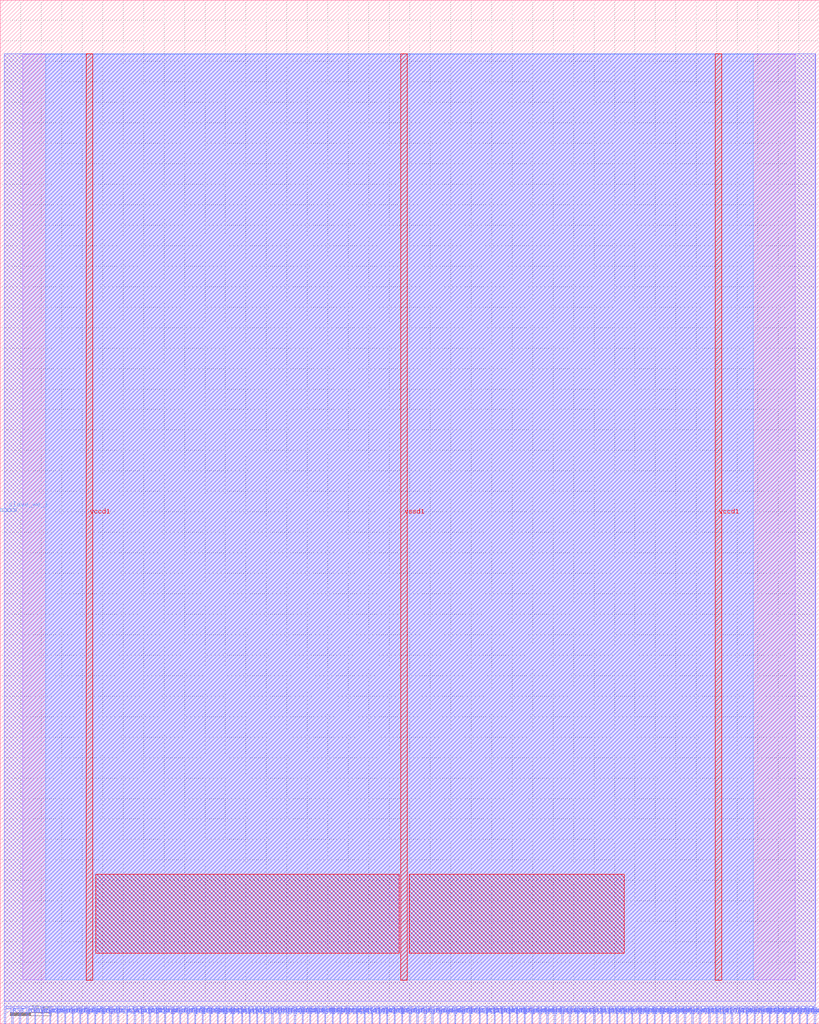
<source format=lef>
VERSION 5.7 ;
  NOWIREEXTENSIONATPIN ON ;
  DIVIDERCHAR "/" ;
  BUSBITCHARS "[]" ;
MACRO mkQF100KSC
  CLASS BLOCK ;
  FOREIGN mkQF100KSC ;
  ORIGIN 0.000 0.000 ;
  SIZE 200.000 BY 250.000 ;
  PIN CLK
    DIRECTION INPUT ;
    USE SIGNAL ;
    PORT
      LAYER met2 ;
        RECT 1.010 0.000 1.290 4.000 ;
    END
  END CLK
  PIN RST_N
    DIRECTION INPUT ;
    USE SIGNAL ;
    PORT
      LAYER met2 ;
        RECT 2.850 0.000 3.130 4.000 ;
    END
  END RST_N
  PIN slave_ack_o
    DIRECTION OUTPUT TRISTATE ;
    USE SIGNAL ;
    PORT
      LAYER met2 ;
        RECT 15.730 0.000 16.010 4.000 ;
    END
  END slave_ack_o
  PIN slave_adr_i[0]
    DIRECTION INPUT ;
    USE SIGNAL ;
    PORT
      LAYER met2 ;
        RECT 21.250 0.000 21.530 4.000 ;
    END
  END slave_adr_i[0]
  PIN slave_adr_i[10]
    DIRECTION INPUT ;
    USE SIGNAL ;
    PORT
      LAYER met2 ;
        RECT 40.110 0.000 40.390 4.000 ;
    END
  END slave_adr_i[10]
  PIN slave_adr_i[11]
    DIRECTION INPUT ;
    USE SIGNAL ;
    PORT
      LAYER met2 ;
        RECT 41.950 0.000 42.230 4.000 ;
    END
  END slave_adr_i[11]
  PIN slave_adr_i[12]
    DIRECTION INPUT ;
    USE SIGNAL ;
    PORT
      LAYER met2 ;
        RECT 43.790 0.000 44.070 4.000 ;
    END
  END slave_adr_i[12]
  PIN slave_adr_i[13]
    DIRECTION INPUT ;
    USE SIGNAL ;
    PORT
      LAYER met2 ;
        RECT 45.630 0.000 45.910 4.000 ;
    END
  END slave_adr_i[13]
  PIN slave_adr_i[14]
    DIRECTION INPUT ;
    USE SIGNAL ;
    PORT
      LAYER met2 ;
        RECT 47.470 0.000 47.750 4.000 ;
    END
  END slave_adr_i[14]
  PIN slave_adr_i[15]
    DIRECTION INPUT ;
    USE SIGNAL ;
    PORT
      LAYER met2 ;
        RECT 49.310 0.000 49.590 4.000 ;
    END
  END slave_adr_i[15]
  PIN slave_adr_i[16]
    DIRECTION INPUT ;
    USE SIGNAL ;
    PORT
      LAYER met2 ;
        RECT 51.150 0.000 51.430 4.000 ;
    END
  END slave_adr_i[16]
  PIN slave_adr_i[17]
    DIRECTION INPUT ;
    USE SIGNAL ;
    PORT
      LAYER met2 ;
        RECT 52.990 0.000 53.270 4.000 ;
    END
  END slave_adr_i[17]
  PIN slave_adr_i[18]
    DIRECTION INPUT ;
    USE SIGNAL ;
    PORT
      LAYER met2 ;
        RECT 54.830 0.000 55.110 4.000 ;
    END
  END slave_adr_i[18]
  PIN slave_adr_i[19]
    DIRECTION INPUT ;
    USE SIGNAL ;
    PORT
      LAYER met2 ;
        RECT 56.670 0.000 56.950 4.000 ;
    END
  END slave_adr_i[19]
  PIN slave_adr_i[1]
    DIRECTION INPUT ;
    USE SIGNAL ;
    PORT
      LAYER met2 ;
        RECT 23.090 0.000 23.370 4.000 ;
    END
  END slave_adr_i[1]
  PIN slave_adr_i[20]
    DIRECTION INPUT ;
    USE SIGNAL ;
    PORT
      LAYER met2 ;
        RECT 58.970 0.000 59.250 4.000 ;
    END
  END slave_adr_i[20]
  PIN slave_adr_i[21]
    DIRECTION INPUT ;
    USE SIGNAL ;
    PORT
      LAYER met2 ;
        RECT 60.810 0.000 61.090 4.000 ;
    END
  END slave_adr_i[21]
  PIN slave_adr_i[22]
    DIRECTION INPUT ;
    USE SIGNAL ;
    PORT
      LAYER met2 ;
        RECT 62.650 0.000 62.930 4.000 ;
    END
  END slave_adr_i[22]
  PIN slave_adr_i[23]
    DIRECTION INPUT ;
    USE SIGNAL ;
    PORT
      LAYER met2 ;
        RECT 64.490 0.000 64.770 4.000 ;
    END
  END slave_adr_i[23]
  PIN slave_adr_i[24]
    DIRECTION INPUT ;
    USE SIGNAL ;
    PORT
      LAYER met2 ;
        RECT 66.330 0.000 66.610 4.000 ;
    END
  END slave_adr_i[24]
  PIN slave_adr_i[25]
    DIRECTION INPUT ;
    USE SIGNAL ;
    PORT
      LAYER met2 ;
        RECT 68.170 0.000 68.450 4.000 ;
    END
  END slave_adr_i[25]
  PIN slave_adr_i[26]
    DIRECTION INPUT ;
    USE SIGNAL ;
    PORT
      LAYER met2 ;
        RECT 70.010 0.000 70.290 4.000 ;
    END
  END slave_adr_i[26]
  PIN slave_adr_i[27]
    DIRECTION INPUT ;
    USE SIGNAL ;
    PORT
      LAYER met2 ;
        RECT 71.850 0.000 72.130 4.000 ;
    END
  END slave_adr_i[27]
  PIN slave_adr_i[28]
    DIRECTION INPUT ;
    USE SIGNAL ;
    PORT
      LAYER met2 ;
        RECT 73.690 0.000 73.970 4.000 ;
    END
  END slave_adr_i[28]
  PIN slave_adr_i[29]
    DIRECTION INPUT ;
    USE SIGNAL ;
    PORT
      LAYER met2 ;
        RECT 75.530 0.000 75.810 4.000 ;
    END
  END slave_adr_i[29]
  PIN slave_adr_i[2]
    DIRECTION INPUT ;
    USE SIGNAL ;
    PORT
      LAYER met2 ;
        RECT 24.930 0.000 25.210 4.000 ;
    END
  END slave_adr_i[2]
  PIN slave_adr_i[30]
    DIRECTION INPUT ;
    USE SIGNAL ;
    PORT
      LAYER met2 ;
        RECT 77.370 0.000 77.650 4.000 ;
    END
  END slave_adr_i[30]
  PIN slave_adr_i[31]
    DIRECTION INPUT ;
    USE SIGNAL ;
    PORT
      LAYER met2 ;
        RECT 79.210 0.000 79.490 4.000 ;
    END
  END slave_adr_i[31]
  PIN slave_adr_i[3]
    DIRECTION INPUT ;
    USE SIGNAL ;
    PORT
      LAYER met2 ;
        RECT 26.770 0.000 27.050 4.000 ;
    END
  END slave_adr_i[3]
  PIN slave_adr_i[4]
    DIRECTION INPUT ;
    USE SIGNAL ;
    PORT
      LAYER met2 ;
        RECT 28.610 0.000 28.890 4.000 ;
    END
  END slave_adr_i[4]
  PIN slave_adr_i[5]
    DIRECTION INPUT ;
    USE SIGNAL ;
    PORT
      LAYER met2 ;
        RECT 30.910 0.000 31.190 4.000 ;
    END
  END slave_adr_i[5]
  PIN slave_adr_i[6]
    DIRECTION INPUT ;
    USE SIGNAL ;
    PORT
      LAYER met2 ;
        RECT 32.750 0.000 33.030 4.000 ;
    END
  END slave_adr_i[6]
  PIN slave_adr_i[7]
    DIRECTION INPUT ;
    USE SIGNAL ;
    PORT
      LAYER met2 ;
        RECT 34.590 0.000 34.870 4.000 ;
    END
  END slave_adr_i[7]
  PIN slave_adr_i[8]
    DIRECTION INPUT ;
    USE SIGNAL ;
    PORT
      LAYER met2 ;
        RECT 36.430 0.000 36.710 4.000 ;
    END
  END slave_adr_i[8]
  PIN slave_adr_i[9]
    DIRECTION INPUT ;
    USE SIGNAL ;
    PORT
      LAYER met2 ;
        RECT 38.270 0.000 38.550 4.000 ;
    END
  END slave_adr_i[9]
  PIN slave_cyc_i
    DIRECTION INPUT ;
    USE SIGNAL ;
    PORT
      LAYER met2 ;
        RECT 4.690 0.000 4.970 4.000 ;
    END
  END slave_cyc_i
  PIN slave_dat_i[0]
    DIRECTION INPUT ;
    USE SIGNAL ;
    PORT
      LAYER met2 ;
        RECT 81.050 0.000 81.330 4.000 ;
    END
  END slave_dat_i[0]
  PIN slave_dat_i[10]
    DIRECTION INPUT ;
    USE SIGNAL ;
    PORT
      LAYER met2 ;
        RECT 118.770 0.000 119.050 4.000 ;
    END
  END slave_dat_i[10]
  PIN slave_dat_i[11]
    DIRECTION INPUT ;
    USE SIGNAL ;
    PORT
      LAYER met2 ;
        RECT 122.450 0.000 122.730 4.000 ;
    END
  END slave_dat_i[11]
  PIN slave_dat_i[12]
    DIRECTION INPUT ;
    USE SIGNAL ;
    PORT
      LAYER met2 ;
        RECT 126.130 0.000 126.410 4.000 ;
    END
  END slave_dat_i[12]
  PIN slave_dat_i[13]
    DIRECTION INPUT ;
    USE SIGNAL ;
    PORT
      LAYER met2 ;
        RECT 129.810 0.000 130.090 4.000 ;
    END
  END slave_dat_i[13]
  PIN slave_dat_i[14]
    DIRECTION INPUT ;
    USE SIGNAL ;
    PORT
      LAYER met2 ;
        RECT 133.490 0.000 133.770 4.000 ;
    END
  END slave_dat_i[14]
  PIN slave_dat_i[15]
    DIRECTION INPUT ;
    USE SIGNAL ;
    PORT
      LAYER met2 ;
        RECT 137.170 0.000 137.450 4.000 ;
    END
  END slave_dat_i[15]
  PIN slave_dat_i[16]
    DIRECTION INPUT ;
    USE SIGNAL ;
    PORT
      LAYER met2 ;
        RECT 140.850 0.000 141.130 4.000 ;
    END
  END slave_dat_i[16]
  PIN slave_dat_i[17]
    DIRECTION INPUT ;
    USE SIGNAL ;
    PORT
      LAYER met2 ;
        RECT 144.990 0.000 145.270 4.000 ;
    END
  END slave_dat_i[17]
  PIN slave_dat_i[18]
    DIRECTION INPUT ;
    USE SIGNAL ;
    PORT
      LAYER met2 ;
        RECT 148.670 0.000 148.950 4.000 ;
    END
  END slave_dat_i[18]
  PIN slave_dat_i[19]
    DIRECTION INPUT ;
    USE SIGNAL ;
    PORT
      LAYER met2 ;
        RECT 152.350 0.000 152.630 4.000 ;
    END
  END slave_dat_i[19]
  PIN slave_dat_i[1]
    DIRECTION INPUT ;
    USE SIGNAL ;
    PORT
      LAYER met2 ;
        RECT 84.730 0.000 85.010 4.000 ;
    END
  END slave_dat_i[1]
  PIN slave_dat_i[20]
    DIRECTION INPUT ;
    USE SIGNAL ;
    PORT
      LAYER met2 ;
        RECT 156.030 0.000 156.310 4.000 ;
    END
  END slave_dat_i[20]
  PIN slave_dat_i[21]
    DIRECTION INPUT ;
    USE SIGNAL ;
    PORT
      LAYER met2 ;
        RECT 159.710 0.000 159.990 4.000 ;
    END
  END slave_dat_i[21]
  PIN slave_dat_i[22]
    DIRECTION INPUT ;
    USE SIGNAL ;
    PORT
      LAYER met2 ;
        RECT 163.390 0.000 163.670 4.000 ;
    END
  END slave_dat_i[22]
  PIN slave_dat_i[23]
    DIRECTION INPUT ;
    USE SIGNAL ;
    PORT
      LAYER met2 ;
        RECT 167.070 0.000 167.350 4.000 ;
    END
  END slave_dat_i[23]
  PIN slave_dat_i[24]
    DIRECTION INPUT ;
    USE SIGNAL ;
    PORT
      LAYER met2 ;
        RECT 170.750 0.000 171.030 4.000 ;
    END
  END slave_dat_i[24]
  PIN slave_dat_i[25]
    DIRECTION INPUT ;
    USE SIGNAL ;
    PORT
      LAYER met2 ;
        RECT 174.890 0.000 175.170 4.000 ;
    END
  END slave_dat_i[25]
  PIN slave_dat_i[26]
    DIRECTION INPUT ;
    USE SIGNAL ;
    PORT
      LAYER met2 ;
        RECT 178.570 0.000 178.850 4.000 ;
    END
  END slave_dat_i[26]
  PIN slave_dat_i[27]
    DIRECTION INPUT ;
    USE SIGNAL ;
    PORT
      LAYER met2 ;
        RECT 182.250 0.000 182.530 4.000 ;
    END
  END slave_dat_i[27]
  PIN slave_dat_i[28]
    DIRECTION INPUT ;
    USE SIGNAL ;
    PORT
      LAYER met2 ;
        RECT 185.930 0.000 186.210 4.000 ;
    END
  END slave_dat_i[28]
  PIN slave_dat_i[29]
    DIRECTION INPUT ;
    USE SIGNAL ;
    PORT
      LAYER met2 ;
        RECT 189.610 0.000 189.890 4.000 ;
    END
  END slave_dat_i[29]
  PIN slave_dat_i[2]
    DIRECTION INPUT ;
    USE SIGNAL ;
    PORT
      LAYER met2 ;
        RECT 88.870 0.000 89.150 4.000 ;
    END
  END slave_dat_i[2]
  PIN slave_dat_i[30]
    DIRECTION INPUT ;
    USE SIGNAL ;
    PORT
      LAYER met2 ;
        RECT 193.290 0.000 193.570 4.000 ;
    END
  END slave_dat_i[30]
  PIN slave_dat_i[31]
    DIRECTION INPUT ;
    USE SIGNAL ;
    PORT
      LAYER met2 ;
        RECT 196.970 0.000 197.250 4.000 ;
    END
  END slave_dat_i[31]
  PIN slave_dat_i[3]
    DIRECTION INPUT ;
    USE SIGNAL ;
    PORT
      LAYER met2 ;
        RECT 92.550 0.000 92.830 4.000 ;
    END
  END slave_dat_i[3]
  PIN slave_dat_i[4]
    DIRECTION INPUT ;
    USE SIGNAL ;
    PORT
      LAYER met2 ;
        RECT 96.230 0.000 96.510 4.000 ;
    END
  END slave_dat_i[4]
  PIN slave_dat_i[5]
    DIRECTION INPUT ;
    USE SIGNAL ;
    PORT
      LAYER met2 ;
        RECT 99.910 0.000 100.190 4.000 ;
    END
  END slave_dat_i[5]
  PIN slave_dat_i[6]
    DIRECTION INPUT ;
    USE SIGNAL ;
    PORT
      LAYER met2 ;
        RECT 103.590 0.000 103.870 4.000 ;
    END
  END slave_dat_i[6]
  PIN slave_dat_i[7]
    DIRECTION INPUT ;
    USE SIGNAL ;
    PORT
      LAYER met2 ;
        RECT 107.270 0.000 107.550 4.000 ;
    END
  END slave_dat_i[7]
  PIN slave_dat_i[8]
    DIRECTION INPUT ;
    USE SIGNAL ;
    PORT
      LAYER met2 ;
        RECT 110.950 0.000 111.230 4.000 ;
    END
  END slave_dat_i[8]
  PIN slave_dat_i[9]
    DIRECTION INPUT ;
    USE SIGNAL ;
    PORT
      LAYER met2 ;
        RECT 114.630 0.000 114.910 4.000 ;
    END
  END slave_dat_i[9]
  PIN slave_dat_o[0]
    DIRECTION OUTPUT TRISTATE ;
    USE SIGNAL ;
    PORT
      LAYER met2 ;
        RECT 82.890 0.000 83.170 4.000 ;
    END
  END slave_dat_o[0]
  PIN slave_dat_o[10]
    DIRECTION OUTPUT TRISTATE ;
    USE SIGNAL ;
    PORT
      LAYER met2 ;
        RECT 120.610 0.000 120.890 4.000 ;
    END
  END slave_dat_o[10]
  PIN slave_dat_o[11]
    DIRECTION OUTPUT TRISTATE ;
    USE SIGNAL ;
    PORT
      LAYER met2 ;
        RECT 124.290 0.000 124.570 4.000 ;
    END
  END slave_dat_o[11]
  PIN slave_dat_o[12]
    DIRECTION OUTPUT TRISTATE ;
    USE SIGNAL ;
    PORT
      LAYER met2 ;
        RECT 127.970 0.000 128.250 4.000 ;
    END
  END slave_dat_o[12]
  PIN slave_dat_o[13]
    DIRECTION OUTPUT TRISTATE ;
    USE SIGNAL ;
    PORT
      LAYER met2 ;
        RECT 131.650 0.000 131.930 4.000 ;
    END
  END slave_dat_o[13]
  PIN slave_dat_o[14]
    DIRECTION OUTPUT TRISTATE ;
    USE SIGNAL ;
    PORT
      LAYER met2 ;
        RECT 135.330 0.000 135.610 4.000 ;
    END
  END slave_dat_o[14]
  PIN slave_dat_o[15]
    DIRECTION OUTPUT TRISTATE ;
    USE SIGNAL ;
    PORT
      LAYER met2 ;
        RECT 139.010 0.000 139.290 4.000 ;
    END
  END slave_dat_o[15]
  PIN slave_dat_o[16]
    DIRECTION OUTPUT TRISTATE ;
    USE SIGNAL ;
    PORT
      LAYER met2 ;
        RECT 142.690 0.000 142.970 4.000 ;
    END
  END slave_dat_o[16]
  PIN slave_dat_o[17]
    DIRECTION OUTPUT TRISTATE ;
    USE SIGNAL ;
    PORT
      LAYER met2 ;
        RECT 146.830 0.000 147.110 4.000 ;
    END
  END slave_dat_o[17]
  PIN slave_dat_o[18]
    DIRECTION OUTPUT TRISTATE ;
    USE SIGNAL ;
    PORT
      LAYER met2 ;
        RECT 150.510 0.000 150.790 4.000 ;
    END
  END slave_dat_o[18]
  PIN slave_dat_o[19]
    DIRECTION OUTPUT TRISTATE ;
    USE SIGNAL ;
    PORT
      LAYER met2 ;
        RECT 154.190 0.000 154.470 4.000 ;
    END
  END slave_dat_o[19]
  PIN slave_dat_o[1]
    DIRECTION OUTPUT TRISTATE ;
    USE SIGNAL ;
    PORT
      LAYER met2 ;
        RECT 87.030 0.000 87.310 4.000 ;
    END
  END slave_dat_o[1]
  PIN slave_dat_o[20]
    DIRECTION OUTPUT TRISTATE ;
    USE SIGNAL ;
    PORT
      LAYER met2 ;
        RECT 157.870 0.000 158.150 4.000 ;
    END
  END slave_dat_o[20]
  PIN slave_dat_o[21]
    DIRECTION OUTPUT TRISTATE ;
    USE SIGNAL ;
    PORT
      LAYER met2 ;
        RECT 161.550 0.000 161.830 4.000 ;
    END
  END slave_dat_o[21]
  PIN slave_dat_o[22]
    DIRECTION OUTPUT TRISTATE ;
    USE SIGNAL ;
    PORT
      LAYER met2 ;
        RECT 165.230 0.000 165.510 4.000 ;
    END
  END slave_dat_o[22]
  PIN slave_dat_o[23]
    DIRECTION OUTPUT TRISTATE ;
    USE SIGNAL ;
    PORT
      LAYER met2 ;
        RECT 168.910 0.000 169.190 4.000 ;
    END
  END slave_dat_o[23]
  PIN slave_dat_o[24]
    DIRECTION OUTPUT TRISTATE ;
    USE SIGNAL ;
    PORT
      LAYER met2 ;
        RECT 173.050 0.000 173.330 4.000 ;
    END
  END slave_dat_o[24]
  PIN slave_dat_o[25]
    DIRECTION OUTPUT TRISTATE ;
    USE SIGNAL ;
    PORT
      LAYER met2 ;
        RECT 176.730 0.000 177.010 4.000 ;
    END
  END slave_dat_o[25]
  PIN slave_dat_o[26]
    DIRECTION OUTPUT TRISTATE ;
    USE SIGNAL ;
    PORT
      LAYER met2 ;
        RECT 180.410 0.000 180.690 4.000 ;
    END
  END slave_dat_o[26]
  PIN slave_dat_o[27]
    DIRECTION OUTPUT TRISTATE ;
    USE SIGNAL ;
    PORT
      LAYER met2 ;
        RECT 184.090 0.000 184.370 4.000 ;
    END
  END slave_dat_o[27]
  PIN slave_dat_o[28]
    DIRECTION OUTPUT TRISTATE ;
    USE SIGNAL ;
    PORT
      LAYER met2 ;
        RECT 187.770 0.000 188.050 4.000 ;
    END
  END slave_dat_o[28]
  PIN slave_dat_o[29]
    DIRECTION OUTPUT TRISTATE ;
    USE SIGNAL ;
    PORT
      LAYER met2 ;
        RECT 191.450 0.000 191.730 4.000 ;
    END
  END slave_dat_o[29]
  PIN slave_dat_o[2]
    DIRECTION OUTPUT TRISTATE ;
    USE SIGNAL ;
    PORT
      LAYER met2 ;
        RECT 90.710 0.000 90.990 4.000 ;
    END
  END slave_dat_o[2]
  PIN slave_dat_o[30]
    DIRECTION OUTPUT TRISTATE ;
    USE SIGNAL ;
    PORT
      LAYER met2 ;
        RECT 195.130 0.000 195.410 4.000 ;
    END
  END slave_dat_o[30]
  PIN slave_dat_o[31]
    DIRECTION OUTPUT TRISTATE ;
    USE SIGNAL ;
    PORT
      LAYER met2 ;
        RECT 198.810 0.000 199.090 4.000 ;
    END
  END slave_dat_o[31]
  PIN slave_dat_o[3]
    DIRECTION OUTPUT TRISTATE ;
    USE SIGNAL ;
    PORT
      LAYER met2 ;
        RECT 94.390 0.000 94.670 4.000 ;
    END
  END slave_dat_o[3]
  PIN slave_dat_o[4]
    DIRECTION OUTPUT TRISTATE ;
    USE SIGNAL ;
    PORT
      LAYER met2 ;
        RECT 98.070 0.000 98.350 4.000 ;
    END
  END slave_dat_o[4]
  PIN slave_dat_o[5]
    DIRECTION OUTPUT TRISTATE ;
    USE SIGNAL ;
    PORT
      LAYER met2 ;
        RECT 101.750 0.000 102.030 4.000 ;
    END
  END slave_dat_o[5]
  PIN slave_dat_o[6]
    DIRECTION OUTPUT TRISTATE ;
    USE SIGNAL ;
    PORT
      LAYER met2 ;
        RECT 105.430 0.000 105.710 4.000 ;
    END
  END slave_dat_o[6]
  PIN slave_dat_o[7]
    DIRECTION OUTPUT TRISTATE ;
    USE SIGNAL ;
    PORT
      LAYER met2 ;
        RECT 109.110 0.000 109.390 4.000 ;
    END
  END slave_dat_o[7]
  PIN slave_dat_o[8]
    DIRECTION OUTPUT TRISTATE ;
    USE SIGNAL ;
    PORT
      LAYER met2 ;
        RECT 112.790 0.000 113.070 4.000 ;
    END
  END slave_dat_o[8]
  PIN slave_dat_o[9]
    DIRECTION OUTPUT TRISTATE ;
    USE SIGNAL ;
    PORT
      LAYER met2 ;
        RECT 116.930 0.000 117.210 4.000 ;
    END
  END slave_dat_o[9]
  PIN slave_err_o
    DIRECTION OUTPUT TRISTATE ;
    USE SIGNAL ;
    PORT
      LAYER met2 ;
        RECT 17.570 0.000 17.850 4.000 ;
    END
  END slave_err_o
  PIN slave_rty_o
    DIRECTION OUTPUT TRISTATE ;
    USE SIGNAL ;
    PORT
      LAYER met2 ;
        RECT 19.410 0.000 19.690 4.000 ;
    END
  END slave_rty_o
  PIN slave_sel_i[0]
    DIRECTION INPUT ;
    USE SIGNAL ;
    PORT
      LAYER met2 ;
        RECT 8.370 0.000 8.650 4.000 ;
    END
  END slave_sel_i[0]
  PIN slave_sel_i[1]
    DIRECTION INPUT ;
    USE SIGNAL ;
    PORT
      LAYER met2 ;
        RECT 10.210 0.000 10.490 4.000 ;
    END
  END slave_sel_i[1]
  PIN slave_sel_i[2]
    DIRECTION INPUT ;
    USE SIGNAL ;
    PORT
      LAYER met2 ;
        RECT 12.050 0.000 12.330 4.000 ;
    END
  END slave_sel_i[2]
  PIN slave_sel_i[3]
    DIRECTION INPUT ;
    USE SIGNAL ;
    PORT
      LAYER met2 ;
        RECT 13.890 0.000 14.170 4.000 ;
    END
  END slave_sel_i[3]
  PIN slave_stb_i
    DIRECTION INPUT ;
    USE SIGNAL ;
    PORT
      LAYER met2 ;
        RECT 6.530 0.000 6.810 4.000 ;
    END
  END slave_stb_i
  PIN slave_we_i
    DIRECTION INPUT ;
    USE SIGNAL ;
    PORT
      LAYER met3 ;
        RECT 0.000 125.160 4.000 125.760 ;
    END
  END slave_we_i
  PIN vccd1
    DIRECTION INPUT ;
    USE POWER ;
    PORT
      LAYER met4 ;
        RECT 21.040 10.640 22.640 236.880 ;
    END
    PORT
      LAYER met4 ;
        RECT 174.640 10.640 176.240 236.880 ;
    END
  END vccd1
  PIN vssd1
    DIRECTION INPUT ;
    USE GROUND ;
    PORT
      LAYER met4 ;
        RECT 97.840 10.640 99.440 236.880 ;
    END
  END vssd1
  OBS
      LAYER li1 ;
        RECT 5.520 10.795 194.120 236.725 ;
      LAYER met1 ;
        RECT 0.990 5.480 199.110 236.880 ;
      LAYER met2 ;
        RECT 1.020 4.280 199.080 236.880 ;
        RECT 1.570 3.670 2.570 4.280 ;
        RECT 3.410 3.670 4.410 4.280 ;
        RECT 5.250 3.670 6.250 4.280 ;
        RECT 7.090 3.670 8.090 4.280 ;
        RECT 8.930 3.670 9.930 4.280 ;
        RECT 10.770 3.670 11.770 4.280 ;
        RECT 12.610 3.670 13.610 4.280 ;
        RECT 14.450 3.670 15.450 4.280 ;
        RECT 16.290 3.670 17.290 4.280 ;
        RECT 18.130 3.670 19.130 4.280 ;
        RECT 19.970 3.670 20.970 4.280 ;
        RECT 21.810 3.670 22.810 4.280 ;
        RECT 23.650 3.670 24.650 4.280 ;
        RECT 25.490 3.670 26.490 4.280 ;
        RECT 27.330 3.670 28.330 4.280 ;
        RECT 29.170 3.670 30.630 4.280 ;
        RECT 31.470 3.670 32.470 4.280 ;
        RECT 33.310 3.670 34.310 4.280 ;
        RECT 35.150 3.670 36.150 4.280 ;
        RECT 36.990 3.670 37.990 4.280 ;
        RECT 38.830 3.670 39.830 4.280 ;
        RECT 40.670 3.670 41.670 4.280 ;
        RECT 42.510 3.670 43.510 4.280 ;
        RECT 44.350 3.670 45.350 4.280 ;
        RECT 46.190 3.670 47.190 4.280 ;
        RECT 48.030 3.670 49.030 4.280 ;
        RECT 49.870 3.670 50.870 4.280 ;
        RECT 51.710 3.670 52.710 4.280 ;
        RECT 53.550 3.670 54.550 4.280 ;
        RECT 55.390 3.670 56.390 4.280 ;
        RECT 57.230 3.670 58.690 4.280 ;
        RECT 59.530 3.670 60.530 4.280 ;
        RECT 61.370 3.670 62.370 4.280 ;
        RECT 63.210 3.670 64.210 4.280 ;
        RECT 65.050 3.670 66.050 4.280 ;
        RECT 66.890 3.670 67.890 4.280 ;
        RECT 68.730 3.670 69.730 4.280 ;
        RECT 70.570 3.670 71.570 4.280 ;
        RECT 72.410 3.670 73.410 4.280 ;
        RECT 74.250 3.670 75.250 4.280 ;
        RECT 76.090 3.670 77.090 4.280 ;
        RECT 77.930 3.670 78.930 4.280 ;
        RECT 79.770 3.670 80.770 4.280 ;
        RECT 81.610 3.670 82.610 4.280 ;
        RECT 83.450 3.670 84.450 4.280 ;
        RECT 85.290 3.670 86.750 4.280 ;
        RECT 87.590 3.670 88.590 4.280 ;
        RECT 89.430 3.670 90.430 4.280 ;
        RECT 91.270 3.670 92.270 4.280 ;
        RECT 93.110 3.670 94.110 4.280 ;
        RECT 94.950 3.670 95.950 4.280 ;
        RECT 96.790 3.670 97.790 4.280 ;
        RECT 98.630 3.670 99.630 4.280 ;
        RECT 100.470 3.670 101.470 4.280 ;
        RECT 102.310 3.670 103.310 4.280 ;
        RECT 104.150 3.670 105.150 4.280 ;
        RECT 105.990 3.670 106.990 4.280 ;
        RECT 107.830 3.670 108.830 4.280 ;
        RECT 109.670 3.670 110.670 4.280 ;
        RECT 111.510 3.670 112.510 4.280 ;
        RECT 113.350 3.670 114.350 4.280 ;
        RECT 115.190 3.670 116.650 4.280 ;
        RECT 117.490 3.670 118.490 4.280 ;
        RECT 119.330 3.670 120.330 4.280 ;
        RECT 121.170 3.670 122.170 4.280 ;
        RECT 123.010 3.670 124.010 4.280 ;
        RECT 124.850 3.670 125.850 4.280 ;
        RECT 126.690 3.670 127.690 4.280 ;
        RECT 128.530 3.670 129.530 4.280 ;
        RECT 130.370 3.670 131.370 4.280 ;
        RECT 132.210 3.670 133.210 4.280 ;
        RECT 134.050 3.670 135.050 4.280 ;
        RECT 135.890 3.670 136.890 4.280 ;
        RECT 137.730 3.670 138.730 4.280 ;
        RECT 139.570 3.670 140.570 4.280 ;
        RECT 141.410 3.670 142.410 4.280 ;
        RECT 143.250 3.670 144.710 4.280 ;
        RECT 145.550 3.670 146.550 4.280 ;
        RECT 147.390 3.670 148.390 4.280 ;
        RECT 149.230 3.670 150.230 4.280 ;
        RECT 151.070 3.670 152.070 4.280 ;
        RECT 152.910 3.670 153.910 4.280 ;
        RECT 154.750 3.670 155.750 4.280 ;
        RECT 156.590 3.670 157.590 4.280 ;
        RECT 158.430 3.670 159.430 4.280 ;
        RECT 160.270 3.670 161.270 4.280 ;
        RECT 162.110 3.670 163.110 4.280 ;
        RECT 163.950 3.670 164.950 4.280 ;
        RECT 165.790 3.670 166.790 4.280 ;
        RECT 167.630 3.670 168.630 4.280 ;
        RECT 169.470 3.670 170.470 4.280 ;
        RECT 171.310 3.670 172.770 4.280 ;
        RECT 173.610 3.670 174.610 4.280 ;
        RECT 175.450 3.670 176.450 4.280 ;
        RECT 177.290 3.670 178.290 4.280 ;
        RECT 179.130 3.670 180.130 4.280 ;
        RECT 180.970 3.670 181.970 4.280 ;
        RECT 182.810 3.670 183.810 4.280 ;
        RECT 184.650 3.670 185.650 4.280 ;
        RECT 186.490 3.670 187.490 4.280 ;
        RECT 188.330 3.670 189.330 4.280 ;
        RECT 190.170 3.670 191.170 4.280 ;
        RECT 192.010 3.670 193.010 4.280 ;
        RECT 193.850 3.670 194.850 4.280 ;
        RECT 195.690 3.670 196.690 4.280 ;
        RECT 197.530 3.670 198.530 4.280 ;
      LAYER met3 ;
        RECT 11.105 10.715 183.935 236.805 ;
      LAYER met4 ;
        RECT 23.295 17.175 97.440 36.545 ;
        RECT 99.840 17.175 152.425 36.545 ;
  END
END mkQF100KSC
END LIBRARY


</source>
